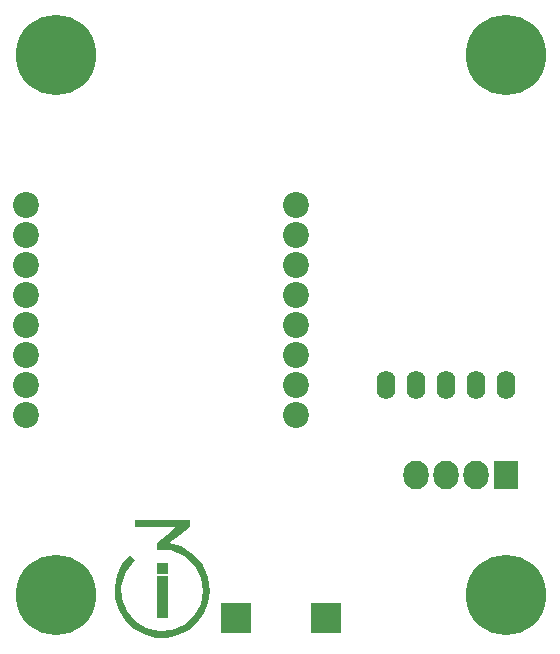
<source format=gts>
G04 #@! TF.FileFunction,Soldermask,Top*
%FSLAX46Y46*%
G04 Gerber Fmt 4.6, Leading zero omitted, Abs format (unit mm)*
G04 Created by KiCad (PCBNEW 4.0.5+dfsg1-4) date Thu Jun  7 11:31:42 2018*
%MOMM*%
%LPD*%
G01*
G04 APERTURE LIST*
%ADD10C,0.100000*%
%ADD11O,1.600000X2.400000*%
%ADD12C,2.200000*%
%ADD13C,6.800000*%
%ADD14R,2.127200X2.432000*%
%ADD15O,2.127200X2.432000*%
%ADD16R,2.635200X2.635200*%
G04 APERTURE END LIST*
D10*
G36*
X148882504Y-100357909D02*
X148882504Y-100932720D01*
X150054693Y-100935473D01*
X151226883Y-100938244D01*
X152399073Y-100941015D01*
X151577265Y-101600639D01*
X150755487Y-102260299D01*
X150753489Y-102838916D01*
X151967806Y-102894420D01*
X153088298Y-103365384D01*
X153979369Y-104195337D01*
X154503094Y-105211652D01*
X154670307Y-106342525D01*
X154460355Y-107465846D01*
X153899983Y-108449841D01*
X153055206Y-109203518D01*
X152012120Y-109643339D01*
X150899833Y-109722784D01*
X149820624Y-109448880D01*
X148885358Y-108844329D01*
X148212417Y-108014292D01*
X147822872Y-107020451D01*
X147757107Y-105955152D01*
X148109227Y-104724996D01*
X148884233Y-103702934D01*
X148457772Y-103306922D01*
X147808122Y-104079122D01*
X147372668Y-104989003D01*
X147171040Y-105977447D01*
X147222869Y-106985336D01*
X147524448Y-107949728D01*
X148056641Y-108808285D01*
X148780898Y-109512251D01*
X149658667Y-110012870D01*
X150611895Y-110274536D01*
X151600045Y-110297787D01*
X152564930Y-110085900D01*
X153448368Y-109642151D01*
X154185471Y-109009819D01*
X154750773Y-108220352D01*
X155115762Y-107321102D01*
X155251921Y-106359424D01*
X155082719Y-105117876D01*
X154543737Y-103986894D01*
X153683953Y-103075629D01*
X152801938Y-102555878D01*
X151817778Y-102274521D01*
X152682930Y-101582401D01*
X153548061Y-100890257D01*
X153548061Y-100316888D01*
X152381673Y-100316888D01*
X151215285Y-100316888D01*
X150048898Y-100316888D01*
X148882511Y-100316888D01*
X148882511Y-100337400D01*
X148882504Y-100357909D01*
X148882504Y-100357909D01*
G37*
G36*
X150753780Y-103997012D02*
X150753780Y-104873012D01*
X151715628Y-104873012D01*
X151715628Y-103955310D01*
X150753780Y-103955310D01*
X150753780Y-103976161D01*
X150753780Y-103997012D01*
X150753780Y-103997012D01*
G37*
G36*
X150753780Y-105092440D02*
X150753780Y-106273716D01*
X150753780Y-107454992D01*
X150753780Y-108636268D01*
X151715628Y-108636268D01*
X151715628Y-107441091D01*
X151715628Y-106245914D01*
X151715628Y-105050737D01*
X150753780Y-105050737D01*
X150753780Y-105071588D01*
X150753780Y-105092440D01*
X150753780Y-105092440D01*
G37*
D11*
X170180000Y-88900000D03*
X172720000Y-88900000D03*
X175260000Y-88900000D03*
X177800000Y-88900000D03*
X180340000Y-88900000D03*
D12*
X139700000Y-73660000D03*
X139700000Y-76200000D03*
X139700000Y-78740000D03*
X139700000Y-81280000D03*
X139700000Y-83820000D03*
X139700000Y-86360000D03*
X139700000Y-88900000D03*
X139700000Y-91440000D03*
X162560000Y-91440000D03*
X162560000Y-88900000D03*
X162560000Y-86360000D03*
X162560000Y-83820000D03*
X162560000Y-81280000D03*
X162560000Y-78740000D03*
X162560000Y-76200000D03*
X162560000Y-73660000D03*
D13*
X142240000Y-106680000D03*
X180340000Y-106680000D03*
X180340000Y-60960000D03*
D14*
X180340000Y-96520000D03*
D15*
X177800000Y-96520000D03*
X175260000Y-96520000D03*
X172720000Y-96520000D03*
D13*
X142240000Y-60960000D03*
D16*
X165100000Y-108585000D03*
X157480000Y-108585000D03*
M02*

</source>
